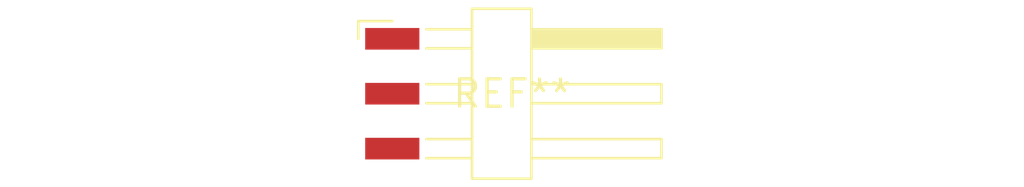
<source format=kicad_pcb>
(kicad_pcb (version 20240108) (generator pcbnew)
  (layers (0 "F.Cu" signal) (31 "B.Cu" signal) (34 "B.Paste" user) (35 "F.Paste" user) (36 "B.SilkS" user "B.Silkscreen") (37 "F.SilkS" user "F.Silkscreen") (38 "B.Mask" user) (39 "F.Mask" user) (44 "Edge.Cuts" user))
  (net 0 "")
  (footprint "Harwin_M20-89003xx_1x03_P2.54mm_Horizontal" (layer "F.Cu") (at 0 0)
    (property "Reference" "REF**")
    (property "Value" "Harwin_M20-89003xx_1x03_P2.54mm_Horizontal")
    (fp_line (start -7.095 -3.36) (end -5.525 -3.36) (layer "F.SilkS") (stroke (width 0.12)))
    (fp_line (start -7.095 -2.54) (end -7.095 -3.36) (layer "F.SilkS") (stroke (width 0.12)))
    (fp_line (start -3.955 -2.98) (end -1.845 -2.98) (layer "F.SilkS") (stroke (width 0.12)))
    (fp_line (start -3.955 -2.1) (end -1.845 -2.1) (layer "F.SilkS") (stroke (width 0.12)))
    (fp_line (start -3.955 -0.44) (end -1.845 -0.44) (layer "F.SilkS") (stroke (width 0.12)))
    (fp_line (start -3.955 0.44) (end -1.845 0.44) (layer "F.SilkS") (stroke (width 0.12)))
    (fp_line (start -3.955 2.1) (end -1.845 2.1) (layer "F.SilkS") (stroke (width 0.12)))
    (fp_line (start -3.955 2.98) (end -1.845 2.98) (layer "F.SilkS") (stroke (width 0.12)))
    (fp_line (start -1.845 -3.93) (end 0.895 -3.93) (layer "F.SilkS") (stroke (width 0.12)))
    (fp_line (start -1.845 3.93) (end -1.845 -3.93) (layer "F.SilkS") (stroke (width 0.12)))
    (fp_line (start 0.895 -3.93) (end 0.895 3.93) (layer "F.SilkS") (stroke (width 0.12)))
    (fp_line (start 0.895 -2.98) (end 6.895 -2.98) (layer "F.SilkS") (stroke (width 0.12)))
    (fp_line (start 0.895 -0.44) (end 6.895 -0.44) (layer "F.SilkS") (stroke (width 0.12)))
    (fp_line (start 0.895 2.1) (end 6.895 2.1) (layer "F.SilkS") (stroke (width 0.12)))
    (fp_line (start 0.895 3.93) (end -1.845 3.93) (layer "F.SilkS") (stroke (width 0.12)))
    (fp_line (start 6.895 -2.98) (end 6.895 -2.1) (layer "F.SilkS") (stroke (width 0.12)))
    (fp_line (start 6.895 -2.1) (end 0.895 -2.1) (layer "F.SilkS") (stroke (width 0.12)))
    (fp_line (start 6.895 -0.44) (end 6.895 0.44) (layer "F.SilkS") (stroke (width 0.12)))
    (fp_line (start 6.895 0.44) (end 0.895 0.44) (layer "F.SilkS") (stroke (width 0.12)))
    (fp_line (start 6.895 2.1) (end 6.895 2.98) (layer "F.SilkS") (stroke (width 0.12)))
    (fp_line (start 6.895 2.98) (end 0.895 2.98) (layer "F.SilkS") (stroke (width 0.12)))
    (pad "" smd rect (at 3.895 -2.54) (size 6 0.76) (layers "F.SilkS"))
    (pad "1" smd rect (at -5.525 -2.54) (size 2.5 1) (layers "F.Cu" "F.Paste" "F.Mask"))
    (pad "2" smd rect (at -5.525 0) (size 2.5 1) (layers "F.Cu" "F.Paste" "F.Mask"))
    (pad "3" smd rect (at -5.525 2.54) (size 2.5 1) (layers "F.Cu" "F.Paste" "F.Mask"))
  )
)
</source>
